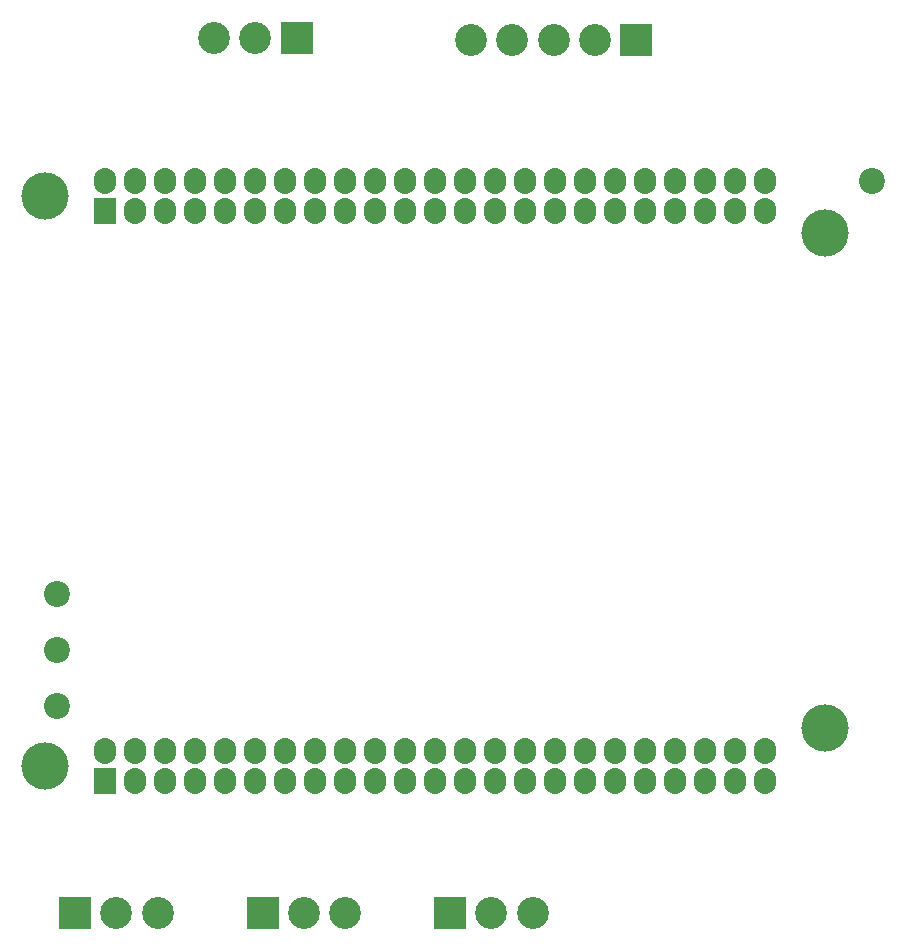
<source format=gbs>
%TF.GenerationSoftware,Novarm,DipTrace,3.3.1.3*%
%TF.CreationDate,2020-06-26T14:00:05+00:00*%
%FSLAX35Y35*%
%MOMM*%
%TF.FileFunction,Soldermask,Bot*%
%TF.Part,Single*%
%ADD44C,4.0*%
%ADD54R,1.9X2.2*%
%ADD56O,1.9X2.2*%
%ADD58R,2.7X2.7*%
%ADD60C,2.7*%
%ADD62C,2.2*%
G75*
G01*
%LPD*%
D62*
X100387Y508140D3*
X103067Y976370D3*
D60*
X3604873Y6147040D3*
X3954873D3*
X4304873D3*
X4654873D3*
D58*
X5004873D3*
D60*
X4127500Y-1250550D3*
X3777500D3*
D58*
X3427500D3*
D60*
X2540000D3*
X2190000D3*
D58*
X1840000D3*
D60*
X952500D3*
X602500D3*
D58*
X252500D3*
D62*
X99917Y1452907D3*
D56*
X508000Y4953000D3*
X762000D3*
X1016000D3*
X1270000D3*
X1524000D3*
X1778000D3*
X2032000D3*
X2286000D3*
X2540000D3*
X2794000D3*
X3048000D3*
X3302000D3*
X3556000D3*
X3810000D3*
X4064000D3*
X4318000D3*
X4572000D3*
X4826000D3*
X5080000D3*
X5334000D3*
X5588000D3*
X5842000D3*
X6096000D3*
Y4699000D3*
X5842000D3*
X5588000D3*
X5334000D3*
X5080000D3*
X4826000D3*
X4572000D3*
X4318000D3*
X4064000D3*
X3810000D3*
X3556000D3*
X3302000D3*
X3048000D3*
X2794000D3*
X2540000D3*
X2286000D3*
X2032000D3*
X1778000D3*
X1524000D3*
X1270000D3*
X1016000D3*
X762000D3*
D54*
X508000D3*
D56*
Y127000D3*
X762000D3*
X1016000D3*
X1270000D3*
X1524000D3*
X1778000D3*
X2032000D3*
X2286000D3*
X2540000D3*
X2794000D3*
X3048000D3*
X3302000D3*
X3556000D3*
X3810000D3*
X4064000D3*
X4318000D3*
X4572000D3*
X4826000D3*
X5080000D3*
X5334000D3*
X5588000D3*
X5842000D3*
X6096000D3*
Y-127000D3*
X5842000D3*
X5588000D3*
X5334000D3*
X5080000D3*
X4826000D3*
X4572000D3*
X4318000D3*
X4064000D3*
X3810000D3*
X3556000D3*
X3302000D3*
X3048000D3*
X2794000D3*
X2540000D3*
X2286000D3*
X2032000D3*
X1778000D3*
X1524000D3*
X1270000D3*
X1016000D3*
X762000D3*
D54*
X508000D3*
D62*
X7001853Y4949717D3*
D60*
X1427523Y6158520D3*
X1777523D3*
D58*
X2127523D3*
D44*
X0Y4826000D3*
X6604000Y4508500D3*
Y317500D3*
X0Y0D3*
M02*

</source>
